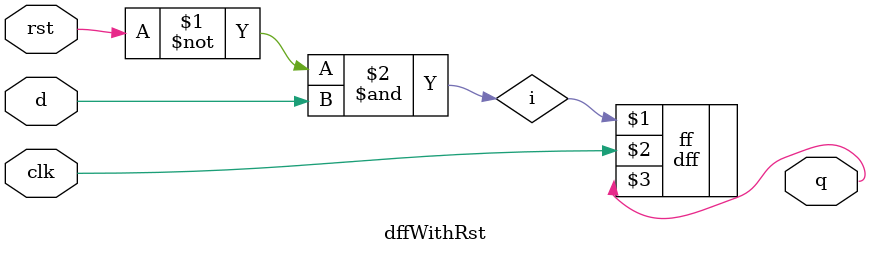
<source format=v>
`timescale 1ns/1ns

module dffWithRst (input d,clk,rst,output q);
    wire i;
    and (i,~rst,d);
    dff ff (i,clk,q);
endmodule
</source>
